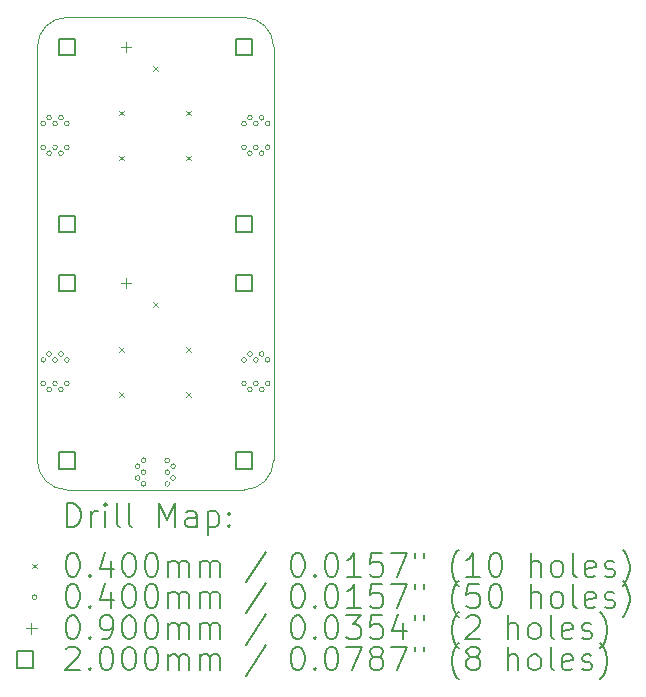
<source format=gbr>
%TF.GenerationSoftware,KiCad,Pcbnew,6.0.9+dfsg-1~bpo11+1*%
%TF.CreationDate,2022-11-11T15:12:32+01:00*%
%TF.ProjectId,013-prototype-board,3031332d-7072-46f7-946f-747970652d62,1*%
%TF.SameCoordinates,Original*%
%TF.FileFunction,Drillmap*%
%TF.FilePolarity,Positive*%
%FSLAX45Y45*%
G04 Gerber Fmt 4.5, Leading zero omitted, Abs format (unit mm)*
G04 Created by KiCad (PCBNEW 6.0.9+dfsg-1~bpo11+1) date 2022-11-11 15:12:32*
%MOMM*%
%LPD*%
G01*
G04 APERTURE LIST*
%ADD10C,0.100000*%
%ADD11C,0.200000*%
%ADD12C,0.040000*%
%ADD13C,0.090000*%
G04 APERTURE END LIST*
D10*
X15250000Y-7500000D02*
G75*
G03*
X15000000Y-7750000I0J-250000D01*
G01*
X15250000Y-7500000D02*
X16750000Y-7500000D01*
X17000000Y-7750000D02*
G75*
G03*
X16750000Y-7500000I-250000J0D01*
G01*
X15000000Y-11250000D02*
X15000000Y-7750000D01*
X15000000Y-11250000D02*
G75*
G03*
X15250000Y-11500000I250000J0D01*
G01*
X17000000Y-7750000D02*
X17000000Y-11250000D01*
X16750000Y-11500000D02*
G75*
G03*
X17000000Y-11250000I0J250000D01*
G01*
X16750000Y-11500000D02*
X15250000Y-11500000D01*
D11*
D12*
X15690000Y-8290000D02*
X15730000Y-8330000D01*
X15730000Y-8290000D02*
X15690000Y-8330000D01*
X15690000Y-8670000D02*
X15730000Y-8710000D01*
X15730000Y-8670000D02*
X15690000Y-8710000D01*
X15690000Y-10290000D02*
X15730000Y-10330000D01*
X15730000Y-10290000D02*
X15690000Y-10330000D01*
X15690000Y-10670000D02*
X15730000Y-10710000D01*
X15730000Y-10670000D02*
X15690000Y-10710000D01*
X15980000Y-7910000D02*
X16020000Y-7950000D01*
X16020000Y-7910000D02*
X15980000Y-7950000D01*
X15980000Y-9910000D02*
X16020000Y-9950000D01*
X16020000Y-9910000D02*
X15980000Y-9950000D01*
X16260000Y-8290000D02*
X16300000Y-8330000D01*
X16300000Y-8290000D02*
X16260000Y-8330000D01*
X16260000Y-8670000D02*
X16300000Y-8710000D01*
X16300000Y-8670000D02*
X16260000Y-8710000D01*
X16260000Y-10290000D02*
X16300000Y-10330000D01*
X16300000Y-10290000D02*
X16260000Y-10330000D01*
X16260000Y-10670000D02*
X16300000Y-10710000D01*
X16300000Y-10670000D02*
X16260000Y-10710000D01*
X15070000Y-8400000D02*
G75*
G03*
X15070000Y-8400000I-20000J0D01*
G01*
X15070000Y-8600000D02*
G75*
G03*
X15070000Y-8600000I-20000J0D01*
G01*
X15070000Y-10400000D02*
G75*
G03*
X15070000Y-10400000I-20000J0D01*
G01*
X15070000Y-10600000D02*
G75*
G03*
X15070000Y-10600000I-20000J0D01*
G01*
X15120000Y-8350000D02*
G75*
G03*
X15120000Y-8350000I-20000J0D01*
G01*
X15120000Y-8650000D02*
G75*
G03*
X15120000Y-8650000I-20000J0D01*
G01*
X15120000Y-10350000D02*
G75*
G03*
X15120000Y-10350000I-20000J0D01*
G01*
X15120000Y-10650000D02*
G75*
G03*
X15120000Y-10650000I-20000J0D01*
G01*
X15170000Y-8400000D02*
G75*
G03*
X15170000Y-8400000I-20000J0D01*
G01*
X15170000Y-8600000D02*
G75*
G03*
X15170000Y-8600000I-20000J0D01*
G01*
X15170000Y-10400000D02*
G75*
G03*
X15170000Y-10400000I-20000J0D01*
G01*
X15170000Y-10600000D02*
G75*
G03*
X15170000Y-10600000I-20000J0D01*
G01*
X15220000Y-8350000D02*
G75*
G03*
X15220000Y-8350000I-20000J0D01*
G01*
X15220000Y-8650000D02*
G75*
G03*
X15220000Y-8650000I-20000J0D01*
G01*
X15220000Y-10350000D02*
G75*
G03*
X15220000Y-10350000I-20000J0D01*
G01*
X15220000Y-10650000D02*
G75*
G03*
X15220000Y-10650000I-20000J0D01*
G01*
X15270000Y-8400000D02*
G75*
G03*
X15270000Y-8400000I-20000J0D01*
G01*
X15270000Y-8600000D02*
G75*
G03*
X15270000Y-8600000I-20000J0D01*
G01*
X15270000Y-10400000D02*
G75*
G03*
X15270000Y-10400000I-20000J0D01*
G01*
X15270000Y-10600000D02*
G75*
G03*
X15270000Y-10600000I-20000J0D01*
G01*
X15870000Y-11300000D02*
G75*
G03*
X15870000Y-11300000I-20000J0D01*
G01*
X15870000Y-11400000D02*
G75*
G03*
X15870000Y-11400000I-20000J0D01*
G01*
X15920000Y-11250000D02*
G75*
G03*
X15920000Y-11250000I-20000J0D01*
G01*
X15920000Y-11350000D02*
G75*
G03*
X15920000Y-11350000I-20000J0D01*
G01*
X15920000Y-11450000D02*
G75*
G03*
X15920000Y-11450000I-20000J0D01*
G01*
X16120000Y-11250000D02*
G75*
G03*
X16120000Y-11250000I-20000J0D01*
G01*
X16120000Y-11350000D02*
G75*
G03*
X16120000Y-11350000I-20000J0D01*
G01*
X16120000Y-11450000D02*
G75*
G03*
X16120000Y-11450000I-20000J0D01*
G01*
X16170000Y-11300000D02*
G75*
G03*
X16170000Y-11300000I-20000J0D01*
G01*
X16170000Y-11400000D02*
G75*
G03*
X16170000Y-11400000I-20000J0D01*
G01*
X16770000Y-8400000D02*
G75*
G03*
X16770000Y-8400000I-20000J0D01*
G01*
X16770000Y-8600000D02*
G75*
G03*
X16770000Y-8600000I-20000J0D01*
G01*
X16770000Y-10400000D02*
G75*
G03*
X16770000Y-10400000I-20000J0D01*
G01*
X16770000Y-10600000D02*
G75*
G03*
X16770000Y-10600000I-20000J0D01*
G01*
X16820000Y-8350000D02*
G75*
G03*
X16820000Y-8350000I-20000J0D01*
G01*
X16820000Y-8650000D02*
G75*
G03*
X16820000Y-8650000I-20000J0D01*
G01*
X16820000Y-10350000D02*
G75*
G03*
X16820000Y-10350000I-20000J0D01*
G01*
X16820000Y-10650000D02*
G75*
G03*
X16820000Y-10650000I-20000J0D01*
G01*
X16870000Y-8400000D02*
G75*
G03*
X16870000Y-8400000I-20000J0D01*
G01*
X16870000Y-8600000D02*
G75*
G03*
X16870000Y-8600000I-20000J0D01*
G01*
X16870000Y-10400000D02*
G75*
G03*
X16870000Y-10400000I-20000J0D01*
G01*
X16870000Y-10600000D02*
G75*
G03*
X16870000Y-10600000I-20000J0D01*
G01*
X16920000Y-8350000D02*
G75*
G03*
X16920000Y-8350000I-20000J0D01*
G01*
X16920000Y-8650000D02*
G75*
G03*
X16920000Y-8650000I-20000J0D01*
G01*
X16920000Y-10350000D02*
G75*
G03*
X16920000Y-10350000I-20000J0D01*
G01*
X16920000Y-10650000D02*
G75*
G03*
X16920000Y-10650000I-20000J0D01*
G01*
X16970000Y-8400000D02*
G75*
G03*
X16970000Y-8400000I-20000J0D01*
G01*
X16970000Y-8600000D02*
G75*
G03*
X16970000Y-8600000I-20000J0D01*
G01*
X16970000Y-10400000D02*
G75*
G03*
X16970000Y-10400000I-20000J0D01*
G01*
X16970000Y-10600000D02*
G75*
G03*
X16970000Y-10600000I-20000J0D01*
G01*
D13*
X15750000Y-7705000D02*
X15750000Y-7795000D01*
X15705000Y-7750000D02*
X15795000Y-7750000D01*
X15750000Y-9705000D02*
X15750000Y-9795000D01*
X15705000Y-9750000D02*
X15795000Y-9750000D01*
D11*
X15320711Y-7820711D02*
X15320711Y-7679289D01*
X15179289Y-7679289D01*
X15179289Y-7820711D01*
X15320711Y-7820711D01*
X15320711Y-9320711D02*
X15320711Y-9179289D01*
X15179289Y-9179289D01*
X15179289Y-9320711D01*
X15320711Y-9320711D01*
X15320711Y-9820711D02*
X15320711Y-9679289D01*
X15179289Y-9679289D01*
X15179289Y-9820711D01*
X15320711Y-9820711D01*
X15320711Y-11320711D02*
X15320711Y-11179289D01*
X15179289Y-11179289D01*
X15179289Y-11320711D01*
X15320711Y-11320711D01*
X16820711Y-7820711D02*
X16820711Y-7679289D01*
X16679289Y-7679289D01*
X16679289Y-7820711D01*
X16820711Y-7820711D01*
X16820711Y-9320711D02*
X16820711Y-9179289D01*
X16679289Y-9179289D01*
X16679289Y-9320711D01*
X16820711Y-9320711D01*
X16820711Y-9820711D02*
X16820711Y-9679289D01*
X16679289Y-9679289D01*
X16679289Y-9820711D01*
X16820711Y-9820711D01*
X16820711Y-11320711D02*
X16820711Y-11179289D01*
X16679289Y-11179289D01*
X16679289Y-11320711D01*
X16820711Y-11320711D01*
X15252619Y-11815476D02*
X15252619Y-11615476D01*
X15300238Y-11615476D01*
X15328809Y-11625000D01*
X15347857Y-11644048D01*
X15357381Y-11663095D01*
X15366905Y-11701190D01*
X15366905Y-11729762D01*
X15357381Y-11767857D01*
X15347857Y-11786905D01*
X15328809Y-11805952D01*
X15300238Y-11815476D01*
X15252619Y-11815476D01*
X15452619Y-11815476D02*
X15452619Y-11682143D01*
X15452619Y-11720238D02*
X15462143Y-11701190D01*
X15471667Y-11691667D01*
X15490714Y-11682143D01*
X15509762Y-11682143D01*
X15576428Y-11815476D02*
X15576428Y-11682143D01*
X15576428Y-11615476D02*
X15566905Y-11625000D01*
X15576428Y-11634524D01*
X15585952Y-11625000D01*
X15576428Y-11615476D01*
X15576428Y-11634524D01*
X15700238Y-11815476D02*
X15681190Y-11805952D01*
X15671667Y-11786905D01*
X15671667Y-11615476D01*
X15805000Y-11815476D02*
X15785952Y-11805952D01*
X15776428Y-11786905D01*
X15776428Y-11615476D01*
X16033571Y-11815476D02*
X16033571Y-11615476D01*
X16100238Y-11758333D01*
X16166905Y-11615476D01*
X16166905Y-11815476D01*
X16347857Y-11815476D02*
X16347857Y-11710714D01*
X16338333Y-11691667D01*
X16319286Y-11682143D01*
X16281190Y-11682143D01*
X16262143Y-11691667D01*
X16347857Y-11805952D02*
X16328809Y-11815476D01*
X16281190Y-11815476D01*
X16262143Y-11805952D01*
X16252619Y-11786905D01*
X16252619Y-11767857D01*
X16262143Y-11748809D01*
X16281190Y-11739286D01*
X16328809Y-11739286D01*
X16347857Y-11729762D01*
X16443095Y-11682143D02*
X16443095Y-11882143D01*
X16443095Y-11691667D02*
X16462143Y-11682143D01*
X16500238Y-11682143D01*
X16519286Y-11691667D01*
X16528809Y-11701190D01*
X16538333Y-11720238D01*
X16538333Y-11777381D01*
X16528809Y-11796428D01*
X16519286Y-11805952D01*
X16500238Y-11815476D01*
X16462143Y-11815476D01*
X16443095Y-11805952D01*
X16624048Y-11796428D02*
X16633571Y-11805952D01*
X16624048Y-11815476D01*
X16614524Y-11805952D01*
X16624048Y-11796428D01*
X16624048Y-11815476D01*
X16624048Y-11691667D02*
X16633571Y-11701190D01*
X16624048Y-11710714D01*
X16614524Y-11701190D01*
X16624048Y-11691667D01*
X16624048Y-11710714D01*
D12*
X14955000Y-12125000D02*
X14995000Y-12165000D01*
X14995000Y-12125000D02*
X14955000Y-12165000D01*
D11*
X15290714Y-12035476D02*
X15309762Y-12035476D01*
X15328809Y-12045000D01*
X15338333Y-12054524D01*
X15347857Y-12073571D01*
X15357381Y-12111667D01*
X15357381Y-12159286D01*
X15347857Y-12197381D01*
X15338333Y-12216428D01*
X15328809Y-12225952D01*
X15309762Y-12235476D01*
X15290714Y-12235476D01*
X15271667Y-12225952D01*
X15262143Y-12216428D01*
X15252619Y-12197381D01*
X15243095Y-12159286D01*
X15243095Y-12111667D01*
X15252619Y-12073571D01*
X15262143Y-12054524D01*
X15271667Y-12045000D01*
X15290714Y-12035476D01*
X15443095Y-12216428D02*
X15452619Y-12225952D01*
X15443095Y-12235476D01*
X15433571Y-12225952D01*
X15443095Y-12216428D01*
X15443095Y-12235476D01*
X15624048Y-12102143D02*
X15624048Y-12235476D01*
X15576428Y-12025952D02*
X15528809Y-12168809D01*
X15652619Y-12168809D01*
X15766905Y-12035476D02*
X15785952Y-12035476D01*
X15805000Y-12045000D01*
X15814524Y-12054524D01*
X15824048Y-12073571D01*
X15833571Y-12111667D01*
X15833571Y-12159286D01*
X15824048Y-12197381D01*
X15814524Y-12216428D01*
X15805000Y-12225952D01*
X15785952Y-12235476D01*
X15766905Y-12235476D01*
X15747857Y-12225952D01*
X15738333Y-12216428D01*
X15728809Y-12197381D01*
X15719286Y-12159286D01*
X15719286Y-12111667D01*
X15728809Y-12073571D01*
X15738333Y-12054524D01*
X15747857Y-12045000D01*
X15766905Y-12035476D01*
X15957381Y-12035476D02*
X15976428Y-12035476D01*
X15995476Y-12045000D01*
X16005000Y-12054524D01*
X16014524Y-12073571D01*
X16024048Y-12111667D01*
X16024048Y-12159286D01*
X16014524Y-12197381D01*
X16005000Y-12216428D01*
X15995476Y-12225952D01*
X15976428Y-12235476D01*
X15957381Y-12235476D01*
X15938333Y-12225952D01*
X15928809Y-12216428D01*
X15919286Y-12197381D01*
X15909762Y-12159286D01*
X15909762Y-12111667D01*
X15919286Y-12073571D01*
X15928809Y-12054524D01*
X15938333Y-12045000D01*
X15957381Y-12035476D01*
X16109762Y-12235476D02*
X16109762Y-12102143D01*
X16109762Y-12121190D02*
X16119286Y-12111667D01*
X16138333Y-12102143D01*
X16166905Y-12102143D01*
X16185952Y-12111667D01*
X16195476Y-12130714D01*
X16195476Y-12235476D01*
X16195476Y-12130714D02*
X16205000Y-12111667D01*
X16224048Y-12102143D01*
X16252619Y-12102143D01*
X16271667Y-12111667D01*
X16281190Y-12130714D01*
X16281190Y-12235476D01*
X16376428Y-12235476D02*
X16376428Y-12102143D01*
X16376428Y-12121190D02*
X16385952Y-12111667D01*
X16405000Y-12102143D01*
X16433571Y-12102143D01*
X16452619Y-12111667D01*
X16462143Y-12130714D01*
X16462143Y-12235476D01*
X16462143Y-12130714D02*
X16471667Y-12111667D01*
X16490714Y-12102143D01*
X16519286Y-12102143D01*
X16538333Y-12111667D01*
X16547857Y-12130714D01*
X16547857Y-12235476D01*
X16938333Y-12025952D02*
X16766905Y-12283095D01*
X17195476Y-12035476D02*
X17214524Y-12035476D01*
X17233571Y-12045000D01*
X17243095Y-12054524D01*
X17252619Y-12073571D01*
X17262143Y-12111667D01*
X17262143Y-12159286D01*
X17252619Y-12197381D01*
X17243095Y-12216428D01*
X17233571Y-12225952D01*
X17214524Y-12235476D01*
X17195476Y-12235476D01*
X17176429Y-12225952D01*
X17166905Y-12216428D01*
X17157381Y-12197381D01*
X17147857Y-12159286D01*
X17147857Y-12111667D01*
X17157381Y-12073571D01*
X17166905Y-12054524D01*
X17176429Y-12045000D01*
X17195476Y-12035476D01*
X17347857Y-12216428D02*
X17357381Y-12225952D01*
X17347857Y-12235476D01*
X17338333Y-12225952D01*
X17347857Y-12216428D01*
X17347857Y-12235476D01*
X17481190Y-12035476D02*
X17500238Y-12035476D01*
X17519286Y-12045000D01*
X17528810Y-12054524D01*
X17538333Y-12073571D01*
X17547857Y-12111667D01*
X17547857Y-12159286D01*
X17538333Y-12197381D01*
X17528810Y-12216428D01*
X17519286Y-12225952D01*
X17500238Y-12235476D01*
X17481190Y-12235476D01*
X17462143Y-12225952D01*
X17452619Y-12216428D01*
X17443095Y-12197381D01*
X17433571Y-12159286D01*
X17433571Y-12111667D01*
X17443095Y-12073571D01*
X17452619Y-12054524D01*
X17462143Y-12045000D01*
X17481190Y-12035476D01*
X17738333Y-12235476D02*
X17624048Y-12235476D01*
X17681190Y-12235476D02*
X17681190Y-12035476D01*
X17662143Y-12064048D01*
X17643095Y-12083095D01*
X17624048Y-12092619D01*
X17919286Y-12035476D02*
X17824048Y-12035476D01*
X17814524Y-12130714D01*
X17824048Y-12121190D01*
X17843095Y-12111667D01*
X17890714Y-12111667D01*
X17909762Y-12121190D01*
X17919286Y-12130714D01*
X17928810Y-12149762D01*
X17928810Y-12197381D01*
X17919286Y-12216428D01*
X17909762Y-12225952D01*
X17890714Y-12235476D01*
X17843095Y-12235476D01*
X17824048Y-12225952D01*
X17814524Y-12216428D01*
X17995476Y-12035476D02*
X18128810Y-12035476D01*
X18043095Y-12235476D01*
X18195476Y-12035476D02*
X18195476Y-12073571D01*
X18271667Y-12035476D02*
X18271667Y-12073571D01*
X18566905Y-12311667D02*
X18557381Y-12302143D01*
X18538333Y-12273571D01*
X18528810Y-12254524D01*
X18519286Y-12225952D01*
X18509762Y-12178333D01*
X18509762Y-12140238D01*
X18519286Y-12092619D01*
X18528810Y-12064048D01*
X18538333Y-12045000D01*
X18557381Y-12016428D01*
X18566905Y-12006905D01*
X18747857Y-12235476D02*
X18633571Y-12235476D01*
X18690714Y-12235476D02*
X18690714Y-12035476D01*
X18671667Y-12064048D01*
X18652619Y-12083095D01*
X18633571Y-12092619D01*
X18871667Y-12035476D02*
X18890714Y-12035476D01*
X18909762Y-12045000D01*
X18919286Y-12054524D01*
X18928810Y-12073571D01*
X18938333Y-12111667D01*
X18938333Y-12159286D01*
X18928810Y-12197381D01*
X18919286Y-12216428D01*
X18909762Y-12225952D01*
X18890714Y-12235476D01*
X18871667Y-12235476D01*
X18852619Y-12225952D01*
X18843095Y-12216428D01*
X18833571Y-12197381D01*
X18824048Y-12159286D01*
X18824048Y-12111667D01*
X18833571Y-12073571D01*
X18843095Y-12054524D01*
X18852619Y-12045000D01*
X18871667Y-12035476D01*
X19176429Y-12235476D02*
X19176429Y-12035476D01*
X19262143Y-12235476D02*
X19262143Y-12130714D01*
X19252619Y-12111667D01*
X19233571Y-12102143D01*
X19205000Y-12102143D01*
X19185952Y-12111667D01*
X19176429Y-12121190D01*
X19385952Y-12235476D02*
X19366905Y-12225952D01*
X19357381Y-12216428D01*
X19347857Y-12197381D01*
X19347857Y-12140238D01*
X19357381Y-12121190D01*
X19366905Y-12111667D01*
X19385952Y-12102143D01*
X19414524Y-12102143D01*
X19433571Y-12111667D01*
X19443095Y-12121190D01*
X19452619Y-12140238D01*
X19452619Y-12197381D01*
X19443095Y-12216428D01*
X19433571Y-12225952D01*
X19414524Y-12235476D01*
X19385952Y-12235476D01*
X19566905Y-12235476D02*
X19547857Y-12225952D01*
X19538333Y-12206905D01*
X19538333Y-12035476D01*
X19719286Y-12225952D02*
X19700238Y-12235476D01*
X19662143Y-12235476D01*
X19643095Y-12225952D01*
X19633571Y-12206905D01*
X19633571Y-12130714D01*
X19643095Y-12111667D01*
X19662143Y-12102143D01*
X19700238Y-12102143D01*
X19719286Y-12111667D01*
X19728810Y-12130714D01*
X19728810Y-12149762D01*
X19633571Y-12168809D01*
X19805000Y-12225952D02*
X19824048Y-12235476D01*
X19862143Y-12235476D01*
X19881190Y-12225952D01*
X19890714Y-12206905D01*
X19890714Y-12197381D01*
X19881190Y-12178333D01*
X19862143Y-12168809D01*
X19833571Y-12168809D01*
X19814524Y-12159286D01*
X19805000Y-12140238D01*
X19805000Y-12130714D01*
X19814524Y-12111667D01*
X19833571Y-12102143D01*
X19862143Y-12102143D01*
X19881190Y-12111667D01*
X19957381Y-12311667D02*
X19966905Y-12302143D01*
X19985952Y-12273571D01*
X19995476Y-12254524D01*
X20005000Y-12225952D01*
X20014524Y-12178333D01*
X20014524Y-12140238D01*
X20005000Y-12092619D01*
X19995476Y-12064048D01*
X19985952Y-12045000D01*
X19966905Y-12016428D01*
X19957381Y-12006905D01*
D12*
X14995000Y-12409000D02*
G75*
G03*
X14995000Y-12409000I-20000J0D01*
G01*
D11*
X15290714Y-12299476D02*
X15309762Y-12299476D01*
X15328809Y-12309000D01*
X15338333Y-12318524D01*
X15347857Y-12337571D01*
X15357381Y-12375667D01*
X15357381Y-12423286D01*
X15347857Y-12461381D01*
X15338333Y-12480428D01*
X15328809Y-12489952D01*
X15309762Y-12499476D01*
X15290714Y-12499476D01*
X15271667Y-12489952D01*
X15262143Y-12480428D01*
X15252619Y-12461381D01*
X15243095Y-12423286D01*
X15243095Y-12375667D01*
X15252619Y-12337571D01*
X15262143Y-12318524D01*
X15271667Y-12309000D01*
X15290714Y-12299476D01*
X15443095Y-12480428D02*
X15452619Y-12489952D01*
X15443095Y-12499476D01*
X15433571Y-12489952D01*
X15443095Y-12480428D01*
X15443095Y-12499476D01*
X15624048Y-12366143D02*
X15624048Y-12499476D01*
X15576428Y-12289952D02*
X15528809Y-12432809D01*
X15652619Y-12432809D01*
X15766905Y-12299476D02*
X15785952Y-12299476D01*
X15805000Y-12309000D01*
X15814524Y-12318524D01*
X15824048Y-12337571D01*
X15833571Y-12375667D01*
X15833571Y-12423286D01*
X15824048Y-12461381D01*
X15814524Y-12480428D01*
X15805000Y-12489952D01*
X15785952Y-12499476D01*
X15766905Y-12499476D01*
X15747857Y-12489952D01*
X15738333Y-12480428D01*
X15728809Y-12461381D01*
X15719286Y-12423286D01*
X15719286Y-12375667D01*
X15728809Y-12337571D01*
X15738333Y-12318524D01*
X15747857Y-12309000D01*
X15766905Y-12299476D01*
X15957381Y-12299476D02*
X15976428Y-12299476D01*
X15995476Y-12309000D01*
X16005000Y-12318524D01*
X16014524Y-12337571D01*
X16024048Y-12375667D01*
X16024048Y-12423286D01*
X16014524Y-12461381D01*
X16005000Y-12480428D01*
X15995476Y-12489952D01*
X15976428Y-12499476D01*
X15957381Y-12499476D01*
X15938333Y-12489952D01*
X15928809Y-12480428D01*
X15919286Y-12461381D01*
X15909762Y-12423286D01*
X15909762Y-12375667D01*
X15919286Y-12337571D01*
X15928809Y-12318524D01*
X15938333Y-12309000D01*
X15957381Y-12299476D01*
X16109762Y-12499476D02*
X16109762Y-12366143D01*
X16109762Y-12385190D02*
X16119286Y-12375667D01*
X16138333Y-12366143D01*
X16166905Y-12366143D01*
X16185952Y-12375667D01*
X16195476Y-12394714D01*
X16195476Y-12499476D01*
X16195476Y-12394714D02*
X16205000Y-12375667D01*
X16224048Y-12366143D01*
X16252619Y-12366143D01*
X16271667Y-12375667D01*
X16281190Y-12394714D01*
X16281190Y-12499476D01*
X16376428Y-12499476D02*
X16376428Y-12366143D01*
X16376428Y-12385190D02*
X16385952Y-12375667D01*
X16405000Y-12366143D01*
X16433571Y-12366143D01*
X16452619Y-12375667D01*
X16462143Y-12394714D01*
X16462143Y-12499476D01*
X16462143Y-12394714D02*
X16471667Y-12375667D01*
X16490714Y-12366143D01*
X16519286Y-12366143D01*
X16538333Y-12375667D01*
X16547857Y-12394714D01*
X16547857Y-12499476D01*
X16938333Y-12289952D02*
X16766905Y-12547095D01*
X17195476Y-12299476D02*
X17214524Y-12299476D01*
X17233571Y-12309000D01*
X17243095Y-12318524D01*
X17252619Y-12337571D01*
X17262143Y-12375667D01*
X17262143Y-12423286D01*
X17252619Y-12461381D01*
X17243095Y-12480428D01*
X17233571Y-12489952D01*
X17214524Y-12499476D01*
X17195476Y-12499476D01*
X17176429Y-12489952D01*
X17166905Y-12480428D01*
X17157381Y-12461381D01*
X17147857Y-12423286D01*
X17147857Y-12375667D01*
X17157381Y-12337571D01*
X17166905Y-12318524D01*
X17176429Y-12309000D01*
X17195476Y-12299476D01*
X17347857Y-12480428D02*
X17357381Y-12489952D01*
X17347857Y-12499476D01*
X17338333Y-12489952D01*
X17347857Y-12480428D01*
X17347857Y-12499476D01*
X17481190Y-12299476D02*
X17500238Y-12299476D01*
X17519286Y-12309000D01*
X17528810Y-12318524D01*
X17538333Y-12337571D01*
X17547857Y-12375667D01*
X17547857Y-12423286D01*
X17538333Y-12461381D01*
X17528810Y-12480428D01*
X17519286Y-12489952D01*
X17500238Y-12499476D01*
X17481190Y-12499476D01*
X17462143Y-12489952D01*
X17452619Y-12480428D01*
X17443095Y-12461381D01*
X17433571Y-12423286D01*
X17433571Y-12375667D01*
X17443095Y-12337571D01*
X17452619Y-12318524D01*
X17462143Y-12309000D01*
X17481190Y-12299476D01*
X17738333Y-12499476D02*
X17624048Y-12499476D01*
X17681190Y-12499476D02*
X17681190Y-12299476D01*
X17662143Y-12328048D01*
X17643095Y-12347095D01*
X17624048Y-12356619D01*
X17919286Y-12299476D02*
X17824048Y-12299476D01*
X17814524Y-12394714D01*
X17824048Y-12385190D01*
X17843095Y-12375667D01*
X17890714Y-12375667D01*
X17909762Y-12385190D01*
X17919286Y-12394714D01*
X17928810Y-12413762D01*
X17928810Y-12461381D01*
X17919286Y-12480428D01*
X17909762Y-12489952D01*
X17890714Y-12499476D01*
X17843095Y-12499476D01*
X17824048Y-12489952D01*
X17814524Y-12480428D01*
X17995476Y-12299476D02*
X18128810Y-12299476D01*
X18043095Y-12499476D01*
X18195476Y-12299476D02*
X18195476Y-12337571D01*
X18271667Y-12299476D02*
X18271667Y-12337571D01*
X18566905Y-12575667D02*
X18557381Y-12566143D01*
X18538333Y-12537571D01*
X18528810Y-12518524D01*
X18519286Y-12489952D01*
X18509762Y-12442333D01*
X18509762Y-12404238D01*
X18519286Y-12356619D01*
X18528810Y-12328048D01*
X18538333Y-12309000D01*
X18557381Y-12280428D01*
X18566905Y-12270905D01*
X18738333Y-12299476D02*
X18643095Y-12299476D01*
X18633571Y-12394714D01*
X18643095Y-12385190D01*
X18662143Y-12375667D01*
X18709762Y-12375667D01*
X18728810Y-12385190D01*
X18738333Y-12394714D01*
X18747857Y-12413762D01*
X18747857Y-12461381D01*
X18738333Y-12480428D01*
X18728810Y-12489952D01*
X18709762Y-12499476D01*
X18662143Y-12499476D01*
X18643095Y-12489952D01*
X18633571Y-12480428D01*
X18871667Y-12299476D02*
X18890714Y-12299476D01*
X18909762Y-12309000D01*
X18919286Y-12318524D01*
X18928810Y-12337571D01*
X18938333Y-12375667D01*
X18938333Y-12423286D01*
X18928810Y-12461381D01*
X18919286Y-12480428D01*
X18909762Y-12489952D01*
X18890714Y-12499476D01*
X18871667Y-12499476D01*
X18852619Y-12489952D01*
X18843095Y-12480428D01*
X18833571Y-12461381D01*
X18824048Y-12423286D01*
X18824048Y-12375667D01*
X18833571Y-12337571D01*
X18843095Y-12318524D01*
X18852619Y-12309000D01*
X18871667Y-12299476D01*
X19176429Y-12499476D02*
X19176429Y-12299476D01*
X19262143Y-12499476D02*
X19262143Y-12394714D01*
X19252619Y-12375667D01*
X19233571Y-12366143D01*
X19205000Y-12366143D01*
X19185952Y-12375667D01*
X19176429Y-12385190D01*
X19385952Y-12499476D02*
X19366905Y-12489952D01*
X19357381Y-12480428D01*
X19347857Y-12461381D01*
X19347857Y-12404238D01*
X19357381Y-12385190D01*
X19366905Y-12375667D01*
X19385952Y-12366143D01*
X19414524Y-12366143D01*
X19433571Y-12375667D01*
X19443095Y-12385190D01*
X19452619Y-12404238D01*
X19452619Y-12461381D01*
X19443095Y-12480428D01*
X19433571Y-12489952D01*
X19414524Y-12499476D01*
X19385952Y-12499476D01*
X19566905Y-12499476D02*
X19547857Y-12489952D01*
X19538333Y-12470905D01*
X19538333Y-12299476D01*
X19719286Y-12489952D02*
X19700238Y-12499476D01*
X19662143Y-12499476D01*
X19643095Y-12489952D01*
X19633571Y-12470905D01*
X19633571Y-12394714D01*
X19643095Y-12375667D01*
X19662143Y-12366143D01*
X19700238Y-12366143D01*
X19719286Y-12375667D01*
X19728810Y-12394714D01*
X19728810Y-12413762D01*
X19633571Y-12432809D01*
X19805000Y-12489952D02*
X19824048Y-12499476D01*
X19862143Y-12499476D01*
X19881190Y-12489952D01*
X19890714Y-12470905D01*
X19890714Y-12461381D01*
X19881190Y-12442333D01*
X19862143Y-12432809D01*
X19833571Y-12432809D01*
X19814524Y-12423286D01*
X19805000Y-12404238D01*
X19805000Y-12394714D01*
X19814524Y-12375667D01*
X19833571Y-12366143D01*
X19862143Y-12366143D01*
X19881190Y-12375667D01*
X19957381Y-12575667D02*
X19966905Y-12566143D01*
X19985952Y-12537571D01*
X19995476Y-12518524D01*
X20005000Y-12489952D01*
X20014524Y-12442333D01*
X20014524Y-12404238D01*
X20005000Y-12356619D01*
X19995476Y-12328048D01*
X19985952Y-12309000D01*
X19966905Y-12280428D01*
X19957381Y-12270905D01*
D13*
X14950000Y-12628000D02*
X14950000Y-12718000D01*
X14905000Y-12673000D02*
X14995000Y-12673000D01*
D11*
X15290714Y-12563476D02*
X15309762Y-12563476D01*
X15328809Y-12573000D01*
X15338333Y-12582524D01*
X15347857Y-12601571D01*
X15357381Y-12639667D01*
X15357381Y-12687286D01*
X15347857Y-12725381D01*
X15338333Y-12744428D01*
X15328809Y-12753952D01*
X15309762Y-12763476D01*
X15290714Y-12763476D01*
X15271667Y-12753952D01*
X15262143Y-12744428D01*
X15252619Y-12725381D01*
X15243095Y-12687286D01*
X15243095Y-12639667D01*
X15252619Y-12601571D01*
X15262143Y-12582524D01*
X15271667Y-12573000D01*
X15290714Y-12563476D01*
X15443095Y-12744428D02*
X15452619Y-12753952D01*
X15443095Y-12763476D01*
X15433571Y-12753952D01*
X15443095Y-12744428D01*
X15443095Y-12763476D01*
X15547857Y-12763476D02*
X15585952Y-12763476D01*
X15605000Y-12753952D01*
X15614524Y-12744428D01*
X15633571Y-12715857D01*
X15643095Y-12677762D01*
X15643095Y-12601571D01*
X15633571Y-12582524D01*
X15624048Y-12573000D01*
X15605000Y-12563476D01*
X15566905Y-12563476D01*
X15547857Y-12573000D01*
X15538333Y-12582524D01*
X15528809Y-12601571D01*
X15528809Y-12649190D01*
X15538333Y-12668238D01*
X15547857Y-12677762D01*
X15566905Y-12687286D01*
X15605000Y-12687286D01*
X15624048Y-12677762D01*
X15633571Y-12668238D01*
X15643095Y-12649190D01*
X15766905Y-12563476D02*
X15785952Y-12563476D01*
X15805000Y-12573000D01*
X15814524Y-12582524D01*
X15824048Y-12601571D01*
X15833571Y-12639667D01*
X15833571Y-12687286D01*
X15824048Y-12725381D01*
X15814524Y-12744428D01*
X15805000Y-12753952D01*
X15785952Y-12763476D01*
X15766905Y-12763476D01*
X15747857Y-12753952D01*
X15738333Y-12744428D01*
X15728809Y-12725381D01*
X15719286Y-12687286D01*
X15719286Y-12639667D01*
X15728809Y-12601571D01*
X15738333Y-12582524D01*
X15747857Y-12573000D01*
X15766905Y-12563476D01*
X15957381Y-12563476D02*
X15976428Y-12563476D01*
X15995476Y-12573000D01*
X16005000Y-12582524D01*
X16014524Y-12601571D01*
X16024048Y-12639667D01*
X16024048Y-12687286D01*
X16014524Y-12725381D01*
X16005000Y-12744428D01*
X15995476Y-12753952D01*
X15976428Y-12763476D01*
X15957381Y-12763476D01*
X15938333Y-12753952D01*
X15928809Y-12744428D01*
X15919286Y-12725381D01*
X15909762Y-12687286D01*
X15909762Y-12639667D01*
X15919286Y-12601571D01*
X15928809Y-12582524D01*
X15938333Y-12573000D01*
X15957381Y-12563476D01*
X16109762Y-12763476D02*
X16109762Y-12630143D01*
X16109762Y-12649190D02*
X16119286Y-12639667D01*
X16138333Y-12630143D01*
X16166905Y-12630143D01*
X16185952Y-12639667D01*
X16195476Y-12658714D01*
X16195476Y-12763476D01*
X16195476Y-12658714D02*
X16205000Y-12639667D01*
X16224048Y-12630143D01*
X16252619Y-12630143D01*
X16271667Y-12639667D01*
X16281190Y-12658714D01*
X16281190Y-12763476D01*
X16376428Y-12763476D02*
X16376428Y-12630143D01*
X16376428Y-12649190D02*
X16385952Y-12639667D01*
X16405000Y-12630143D01*
X16433571Y-12630143D01*
X16452619Y-12639667D01*
X16462143Y-12658714D01*
X16462143Y-12763476D01*
X16462143Y-12658714D02*
X16471667Y-12639667D01*
X16490714Y-12630143D01*
X16519286Y-12630143D01*
X16538333Y-12639667D01*
X16547857Y-12658714D01*
X16547857Y-12763476D01*
X16938333Y-12553952D02*
X16766905Y-12811095D01*
X17195476Y-12563476D02*
X17214524Y-12563476D01*
X17233571Y-12573000D01*
X17243095Y-12582524D01*
X17252619Y-12601571D01*
X17262143Y-12639667D01*
X17262143Y-12687286D01*
X17252619Y-12725381D01*
X17243095Y-12744428D01*
X17233571Y-12753952D01*
X17214524Y-12763476D01*
X17195476Y-12763476D01*
X17176429Y-12753952D01*
X17166905Y-12744428D01*
X17157381Y-12725381D01*
X17147857Y-12687286D01*
X17147857Y-12639667D01*
X17157381Y-12601571D01*
X17166905Y-12582524D01*
X17176429Y-12573000D01*
X17195476Y-12563476D01*
X17347857Y-12744428D02*
X17357381Y-12753952D01*
X17347857Y-12763476D01*
X17338333Y-12753952D01*
X17347857Y-12744428D01*
X17347857Y-12763476D01*
X17481190Y-12563476D02*
X17500238Y-12563476D01*
X17519286Y-12573000D01*
X17528810Y-12582524D01*
X17538333Y-12601571D01*
X17547857Y-12639667D01*
X17547857Y-12687286D01*
X17538333Y-12725381D01*
X17528810Y-12744428D01*
X17519286Y-12753952D01*
X17500238Y-12763476D01*
X17481190Y-12763476D01*
X17462143Y-12753952D01*
X17452619Y-12744428D01*
X17443095Y-12725381D01*
X17433571Y-12687286D01*
X17433571Y-12639667D01*
X17443095Y-12601571D01*
X17452619Y-12582524D01*
X17462143Y-12573000D01*
X17481190Y-12563476D01*
X17614524Y-12563476D02*
X17738333Y-12563476D01*
X17671667Y-12639667D01*
X17700238Y-12639667D01*
X17719286Y-12649190D01*
X17728810Y-12658714D01*
X17738333Y-12677762D01*
X17738333Y-12725381D01*
X17728810Y-12744428D01*
X17719286Y-12753952D01*
X17700238Y-12763476D01*
X17643095Y-12763476D01*
X17624048Y-12753952D01*
X17614524Y-12744428D01*
X17919286Y-12563476D02*
X17824048Y-12563476D01*
X17814524Y-12658714D01*
X17824048Y-12649190D01*
X17843095Y-12639667D01*
X17890714Y-12639667D01*
X17909762Y-12649190D01*
X17919286Y-12658714D01*
X17928810Y-12677762D01*
X17928810Y-12725381D01*
X17919286Y-12744428D01*
X17909762Y-12753952D01*
X17890714Y-12763476D01*
X17843095Y-12763476D01*
X17824048Y-12753952D01*
X17814524Y-12744428D01*
X18100238Y-12630143D02*
X18100238Y-12763476D01*
X18052619Y-12553952D02*
X18005000Y-12696809D01*
X18128810Y-12696809D01*
X18195476Y-12563476D02*
X18195476Y-12601571D01*
X18271667Y-12563476D02*
X18271667Y-12601571D01*
X18566905Y-12839667D02*
X18557381Y-12830143D01*
X18538333Y-12801571D01*
X18528810Y-12782524D01*
X18519286Y-12753952D01*
X18509762Y-12706333D01*
X18509762Y-12668238D01*
X18519286Y-12620619D01*
X18528810Y-12592048D01*
X18538333Y-12573000D01*
X18557381Y-12544428D01*
X18566905Y-12534905D01*
X18633571Y-12582524D02*
X18643095Y-12573000D01*
X18662143Y-12563476D01*
X18709762Y-12563476D01*
X18728810Y-12573000D01*
X18738333Y-12582524D01*
X18747857Y-12601571D01*
X18747857Y-12620619D01*
X18738333Y-12649190D01*
X18624048Y-12763476D01*
X18747857Y-12763476D01*
X18985952Y-12763476D02*
X18985952Y-12563476D01*
X19071667Y-12763476D02*
X19071667Y-12658714D01*
X19062143Y-12639667D01*
X19043095Y-12630143D01*
X19014524Y-12630143D01*
X18995476Y-12639667D01*
X18985952Y-12649190D01*
X19195476Y-12763476D02*
X19176429Y-12753952D01*
X19166905Y-12744428D01*
X19157381Y-12725381D01*
X19157381Y-12668238D01*
X19166905Y-12649190D01*
X19176429Y-12639667D01*
X19195476Y-12630143D01*
X19224048Y-12630143D01*
X19243095Y-12639667D01*
X19252619Y-12649190D01*
X19262143Y-12668238D01*
X19262143Y-12725381D01*
X19252619Y-12744428D01*
X19243095Y-12753952D01*
X19224048Y-12763476D01*
X19195476Y-12763476D01*
X19376429Y-12763476D02*
X19357381Y-12753952D01*
X19347857Y-12734905D01*
X19347857Y-12563476D01*
X19528810Y-12753952D02*
X19509762Y-12763476D01*
X19471667Y-12763476D01*
X19452619Y-12753952D01*
X19443095Y-12734905D01*
X19443095Y-12658714D01*
X19452619Y-12639667D01*
X19471667Y-12630143D01*
X19509762Y-12630143D01*
X19528810Y-12639667D01*
X19538333Y-12658714D01*
X19538333Y-12677762D01*
X19443095Y-12696809D01*
X19614524Y-12753952D02*
X19633571Y-12763476D01*
X19671667Y-12763476D01*
X19690714Y-12753952D01*
X19700238Y-12734905D01*
X19700238Y-12725381D01*
X19690714Y-12706333D01*
X19671667Y-12696809D01*
X19643095Y-12696809D01*
X19624048Y-12687286D01*
X19614524Y-12668238D01*
X19614524Y-12658714D01*
X19624048Y-12639667D01*
X19643095Y-12630143D01*
X19671667Y-12630143D01*
X19690714Y-12639667D01*
X19766905Y-12839667D02*
X19776429Y-12830143D01*
X19795476Y-12801571D01*
X19805000Y-12782524D01*
X19814524Y-12753952D01*
X19824048Y-12706333D01*
X19824048Y-12668238D01*
X19814524Y-12620619D01*
X19805000Y-12592048D01*
X19795476Y-12573000D01*
X19776429Y-12544428D01*
X19766905Y-12534905D01*
X14965711Y-13007711D02*
X14965711Y-12866289D01*
X14824289Y-12866289D01*
X14824289Y-13007711D01*
X14965711Y-13007711D01*
X15243095Y-12846524D02*
X15252619Y-12837000D01*
X15271667Y-12827476D01*
X15319286Y-12827476D01*
X15338333Y-12837000D01*
X15347857Y-12846524D01*
X15357381Y-12865571D01*
X15357381Y-12884619D01*
X15347857Y-12913190D01*
X15233571Y-13027476D01*
X15357381Y-13027476D01*
X15443095Y-13008428D02*
X15452619Y-13017952D01*
X15443095Y-13027476D01*
X15433571Y-13017952D01*
X15443095Y-13008428D01*
X15443095Y-13027476D01*
X15576428Y-12827476D02*
X15595476Y-12827476D01*
X15614524Y-12837000D01*
X15624048Y-12846524D01*
X15633571Y-12865571D01*
X15643095Y-12903667D01*
X15643095Y-12951286D01*
X15633571Y-12989381D01*
X15624048Y-13008428D01*
X15614524Y-13017952D01*
X15595476Y-13027476D01*
X15576428Y-13027476D01*
X15557381Y-13017952D01*
X15547857Y-13008428D01*
X15538333Y-12989381D01*
X15528809Y-12951286D01*
X15528809Y-12903667D01*
X15538333Y-12865571D01*
X15547857Y-12846524D01*
X15557381Y-12837000D01*
X15576428Y-12827476D01*
X15766905Y-12827476D02*
X15785952Y-12827476D01*
X15805000Y-12837000D01*
X15814524Y-12846524D01*
X15824048Y-12865571D01*
X15833571Y-12903667D01*
X15833571Y-12951286D01*
X15824048Y-12989381D01*
X15814524Y-13008428D01*
X15805000Y-13017952D01*
X15785952Y-13027476D01*
X15766905Y-13027476D01*
X15747857Y-13017952D01*
X15738333Y-13008428D01*
X15728809Y-12989381D01*
X15719286Y-12951286D01*
X15719286Y-12903667D01*
X15728809Y-12865571D01*
X15738333Y-12846524D01*
X15747857Y-12837000D01*
X15766905Y-12827476D01*
X15957381Y-12827476D02*
X15976428Y-12827476D01*
X15995476Y-12837000D01*
X16005000Y-12846524D01*
X16014524Y-12865571D01*
X16024048Y-12903667D01*
X16024048Y-12951286D01*
X16014524Y-12989381D01*
X16005000Y-13008428D01*
X15995476Y-13017952D01*
X15976428Y-13027476D01*
X15957381Y-13027476D01*
X15938333Y-13017952D01*
X15928809Y-13008428D01*
X15919286Y-12989381D01*
X15909762Y-12951286D01*
X15909762Y-12903667D01*
X15919286Y-12865571D01*
X15928809Y-12846524D01*
X15938333Y-12837000D01*
X15957381Y-12827476D01*
X16109762Y-13027476D02*
X16109762Y-12894143D01*
X16109762Y-12913190D02*
X16119286Y-12903667D01*
X16138333Y-12894143D01*
X16166905Y-12894143D01*
X16185952Y-12903667D01*
X16195476Y-12922714D01*
X16195476Y-13027476D01*
X16195476Y-12922714D02*
X16205000Y-12903667D01*
X16224048Y-12894143D01*
X16252619Y-12894143D01*
X16271667Y-12903667D01*
X16281190Y-12922714D01*
X16281190Y-13027476D01*
X16376428Y-13027476D02*
X16376428Y-12894143D01*
X16376428Y-12913190D02*
X16385952Y-12903667D01*
X16405000Y-12894143D01*
X16433571Y-12894143D01*
X16452619Y-12903667D01*
X16462143Y-12922714D01*
X16462143Y-13027476D01*
X16462143Y-12922714D02*
X16471667Y-12903667D01*
X16490714Y-12894143D01*
X16519286Y-12894143D01*
X16538333Y-12903667D01*
X16547857Y-12922714D01*
X16547857Y-13027476D01*
X16938333Y-12817952D02*
X16766905Y-13075095D01*
X17195476Y-12827476D02*
X17214524Y-12827476D01*
X17233571Y-12837000D01*
X17243095Y-12846524D01*
X17252619Y-12865571D01*
X17262143Y-12903667D01*
X17262143Y-12951286D01*
X17252619Y-12989381D01*
X17243095Y-13008428D01*
X17233571Y-13017952D01*
X17214524Y-13027476D01*
X17195476Y-13027476D01*
X17176429Y-13017952D01*
X17166905Y-13008428D01*
X17157381Y-12989381D01*
X17147857Y-12951286D01*
X17147857Y-12903667D01*
X17157381Y-12865571D01*
X17166905Y-12846524D01*
X17176429Y-12837000D01*
X17195476Y-12827476D01*
X17347857Y-13008428D02*
X17357381Y-13017952D01*
X17347857Y-13027476D01*
X17338333Y-13017952D01*
X17347857Y-13008428D01*
X17347857Y-13027476D01*
X17481190Y-12827476D02*
X17500238Y-12827476D01*
X17519286Y-12837000D01*
X17528810Y-12846524D01*
X17538333Y-12865571D01*
X17547857Y-12903667D01*
X17547857Y-12951286D01*
X17538333Y-12989381D01*
X17528810Y-13008428D01*
X17519286Y-13017952D01*
X17500238Y-13027476D01*
X17481190Y-13027476D01*
X17462143Y-13017952D01*
X17452619Y-13008428D01*
X17443095Y-12989381D01*
X17433571Y-12951286D01*
X17433571Y-12903667D01*
X17443095Y-12865571D01*
X17452619Y-12846524D01*
X17462143Y-12837000D01*
X17481190Y-12827476D01*
X17614524Y-12827476D02*
X17747857Y-12827476D01*
X17662143Y-13027476D01*
X17852619Y-12913190D02*
X17833571Y-12903667D01*
X17824048Y-12894143D01*
X17814524Y-12875095D01*
X17814524Y-12865571D01*
X17824048Y-12846524D01*
X17833571Y-12837000D01*
X17852619Y-12827476D01*
X17890714Y-12827476D01*
X17909762Y-12837000D01*
X17919286Y-12846524D01*
X17928810Y-12865571D01*
X17928810Y-12875095D01*
X17919286Y-12894143D01*
X17909762Y-12903667D01*
X17890714Y-12913190D01*
X17852619Y-12913190D01*
X17833571Y-12922714D01*
X17824048Y-12932238D01*
X17814524Y-12951286D01*
X17814524Y-12989381D01*
X17824048Y-13008428D01*
X17833571Y-13017952D01*
X17852619Y-13027476D01*
X17890714Y-13027476D01*
X17909762Y-13017952D01*
X17919286Y-13008428D01*
X17928810Y-12989381D01*
X17928810Y-12951286D01*
X17919286Y-12932238D01*
X17909762Y-12922714D01*
X17890714Y-12913190D01*
X17995476Y-12827476D02*
X18128810Y-12827476D01*
X18043095Y-13027476D01*
X18195476Y-12827476D02*
X18195476Y-12865571D01*
X18271667Y-12827476D02*
X18271667Y-12865571D01*
X18566905Y-13103667D02*
X18557381Y-13094143D01*
X18538333Y-13065571D01*
X18528810Y-13046524D01*
X18519286Y-13017952D01*
X18509762Y-12970333D01*
X18509762Y-12932238D01*
X18519286Y-12884619D01*
X18528810Y-12856048D01*
X18538333Y-12837000D01*
X18557381Y-12808428D01*
X18566905Y-12798905D01*
X18671667Y-12913190D02*
X18652619Y-12903667D01*
X18643095Y-12894143D01*
X18633571Y-12875095D01*
X18633571Y-12865571D01*
X18643095Y-12846524D01*
X18652619Y-12837000D01*
X18671667Y-12827476D01*
X18709762Y-12827476D01*
X18728810Y-12837000D01*
X18738333Y-12846524D01*
X18747857Y-12865571D01*
X18747857Y-12875095D01*
X18738333Y-12894143D01*
X18728810Y-12903667D01*
X18709762Y-12913190D01*
X18671667Y-12913190D01*
X18652619Y-12922714D01*
X18643095Y-12932238D01*
X18633571Y-12951286D01*
X18633571Y-12989381D01*
X18643095Y-13008428D01*
X18652619Y-13017952D01*
X18671667Y-13027476D01*
X18709762Y-13027476D01*
X18728810Y-13017952D01*
X18738333Y-13008428D01*
X18747857Y-12989381D01*
X18747857Y-12951286D01*
X18738333Y-12932238D01*
X18728810Y-12922714D01*
X18709762Y-12913190D01*
X18985952Y-13027476D02*
X18985952Y-12827476D01*
X19071667Y-13027476D02*
X19071667Y-12922714D01*
X19062143Y-12903667D01*
X19043095Y-12894143D01*
X19014524Y-12894143D01*
X18995476Y-12903667D01*
X18985952Y-12913190D01*
X19195476Y-13027476D02*
X19176429Y-13017952D01*
X19166905Y-13008428D01*
X19157381Y-12989381D01*
X19157381Y-12932238D01*
X19166905Y-12913190D01*
X19176429Y-12903667D01*
X19195476Y-12894143D01*
X19224048Y-12894143D01*
X19243095Y-12903667D01*
X19252619Y-12913190D01*
X19262143Y-12932238D01*
X19262143Y-12989381D01*
X19252619Y-13008428D01*
X19243095Y-13017952D01*
X19224048Y-13027476D01*
X19195476Y-13027476D01*
X19376429Y-13027476D02*
X19357381Y-13017952D01*
X19347857Y-12998905D01*
X19347857Y-12827476D01*
X19528810Y-13017952D02*
X19509762Y-13027476D01*
X19471667Y-13027476D01*
X19452619Y-13017952D01*
X19443095Y-12998905D01*
X19443095Y-12922714D01*
X19452619Y-12903667D01*
X19471667Y-12894143D01*
X19509762Y-12894143D01*
X19528810Y-12903667D01*
X19538333Y-12922714D01*
X19538333Y-12941762D01*
X19443095Y-12960809D01*
X19614524Y-13017952D02*
X19633571Y-13027476D01*
X19671667Y-13027476D01*
X19690714Y-13017952D01*
X19700238Y-12998905D01*
X19700238Y-12989381D01*
X19690714Y-12970333D01*
X19671667Y-12960809D01*
X19643095Y-12960809D01*
X19624048Y-12951286D01*
X19614524Y-12932238D01*
X19614524Y-12922714D01*
X19624048Y-12903667D01*
X19643095Y-12894143D01*
X19671667Y-12894143D01*
X19690714Y-12903667D01*
X19766905Y-13103667D02*
X19776429Y-13094143D01*
X19795476Y-13065571D01*
X19805000Y-13046524D01*
X19814524Y-13017952D01*
X19824048Y-12970333D01*
X19824048Y-12932238D01*
X19814524Y-12884619D01*
X19805000Y-12856048D01*
X19795476Y-12837000D01*
X19776429Y-12808428D01*
X19766905Y-12798905D01*
M02*

</source>
